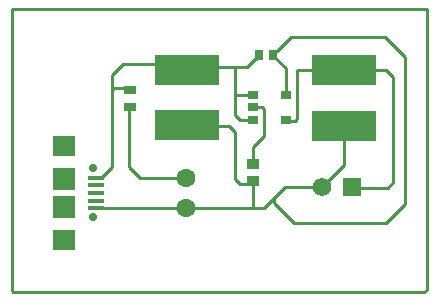
<source format=gtl>
G04*
G04 #@! TF.GenerationSoftware,Altium Limited,Altium Designer,20.0.2 (26)*
G04*
G04 Layer_Physical_Order=1*
G04 Layer_Color=255*
%FSLAX44Y44*%
%MOMM*%
G71*
G01*
G75*
%ADD13R,0.9500X0.6500*%
%ADD14R,5.5031X2.5022*%
%ADD15R,1.0500X0.9500*%
%ADD16R,0.7350X0.8621*%
%ADD17R,1.0000X0.7500*%
%ADD18R,1.9000X1.9000*%
%ADD19R,1.9000X1.8000*%
%ADD20R,1.3500X0.4000*%
%ADD21C,0.7000*%
%ADD22C,1.6000*%
%ADD23C,1.5700*%
%ADD24R,1.5700X1.5700*%
%ADD25C,0.2540*%
D13*
X237000Y151000D02*
D03*
Y172000D02*
D03*
X209500D02*
D03*
Y161500D02*
D03*
Y151000D02*
D03*
D14*
X286000Y193009D02*
D03*
Y146000D02*
D03*
X153000Y193505D02*
D03*
Y146495D02*
D03*
D15*
X209000Y99000D02*
D03*
Y113500D02*
D03*
D16*
X226154Y206000D02*
D03*
X213846D02*
D03*
D17*
X105000Y176500D02*
D03*
Y161500D02*
D03*
D18*
X49450Y101200D02*
D03*
Y77200D02*
D03*
D19*
Y129200D02*
D03*
Y49200D02*
D03*
D20*
X76200Y102200D02*
D03*
Y76200D02*
D03*
Y95700D02*
D03*
Y89200D02*
D03*
Y82700D02*
D03*
D21*
X73950Y109950D02*
D03*
Y68450D02*
D03*
D22*
X152400Y76200D02*
D03*
Y101600D02*
D03*
D23*
X267300Y94000D02*
D03*
D24*
X292700D02*
D03*
D25*
X152600Y76000D02*
X209000D01*
Y97000D01*
X235980Y172000D02*
X237000D01*
X234000Y173980D02*
X235980Y172000D01*
X277000Y137000D02*
X286000Y146000D01*
X113000Y102000D02*
X152000D01*
X104000Y111000D02*
Y160500D01*
Y111000D02*
X113000Y102000D01*
X99000Y198000D02*
X148505D01*
X90000Y176512D02*
Y189000D01*
X99000Y198000D01*
X227000Y85000D02*
X236000Y94000D01*
X218000Y76000D02*
X227000Y85000D01*
Y81000D02*
Y85000D01*
Y81000D02*
X244000Y64000D01*
X286000Y193009D02*
X321991D01*
X328000Y98000D02*
Y187000D01*
X321991Y193009D02*
X328000Y187000D01*
X321000Y221000D02*
X338000Y204000D01*
Y80000D02*
Y204000D01*
X229195Y209041D02*
X241154Y221000D01*
X321000D01*
X209000Y113500D02*
Y128000D01*
X237000Y172000D02*
Y194519D01*
X226154Y205365D02*
X237000Y194519D01*
X246509Y151488D02*
Y193009D01*
X237000Y151000D02*
X238000Y150000D01*
X245021D01*
X246509Y151488D01*
X209000Y128000D02*
X218000Y137000D01*
X210000Y162000D02*
X216512D01*
X218000Y160512D01*
Y137000D02*
Y160512D01*
X209500Y161500D02*
X210000Y162000D01*
X194000Y173000D02*
Y196000D01*
Y155488D02*
Y173000D01*
X195000Y172000D02*
X209500D01*
X194000Y173000D02*
X195000Y172000D01*
X198488Y151000D02*
X209500D01*
X194000Y155488D02*
X198488Y151000D01*
X5000Y6000D02*
Y245000D01*
Y6000D02*
X6000Y5000D01*
X354000D01*
X356000Y7000D01*
Y245000D01*
X5000D02*
X356000D01*
X244000Y64000D02*
X322000D01*
X338000Y80000D01*
X246509Y193009D02*
X286000D01*
X226154Y205365D02*
Y206000D01*
Y206635D01*
X228559Y209041D01*
X229195D01*
X153000Y196000D02*
X194000D01*
X203846D01*
X213846Y205365D02*
Y206000D01*
X211441Y202959D02*
X213846Y205365D01*
X210805Y202959D02*
X211441D01*
X203846Y196000D02*
X210805Y202959D01*
X198000Y97000D02*
X209000D01*
X153000Y146495D02*
X163505D01*
X194000Y101000D02*
X198000Y97000D01*
X194000Y101000D02*
Y141000D01*
X164000Y146000D02*
X189000D01*
X194000Y141000D01*
X163505Y146495D02*
X164000Y146000D01*
X209000Y76000D02*
X218000D01*
X292700Y94000D02*
X293700Y93000D01*
X323000D01*
X328000Y98000D01*
X236000Y94000D02*
X267300D01*
X286000Y112700D01*
Y146000D01*
X152400Y76200D02*
X152600Y76000D01*
X148505Y198000D02*
X153000Y193505D01*
X90000Y176512D02*
X91488Y178000D01*
X152000Y195000D02*
X153000Y196000D01*
Y193505D02*
Y194000D01*
X152000Y195000D02*
X153000Y194000D01*
X104000Y160500D02*
X105000Y161500D01*
X152000Y102000D02*
X152400Y101600D01*
X81000Y102000D02*
Y102250D01*
X90000Y111250D02*
Y176512D01*
X103500Y178000D02*
X105000Y176500D01*
X91488Y178000D02*
X103500D01*
X81000Y102250D02*
X90000Y111250D01*
X76200Y102200D02*
X80800D01*
X81000Y102000D01*
X76200Y76200D02*
X152400D01*
X76200Y102200D02*
X76800Y101600D01*
M02*

</source>
